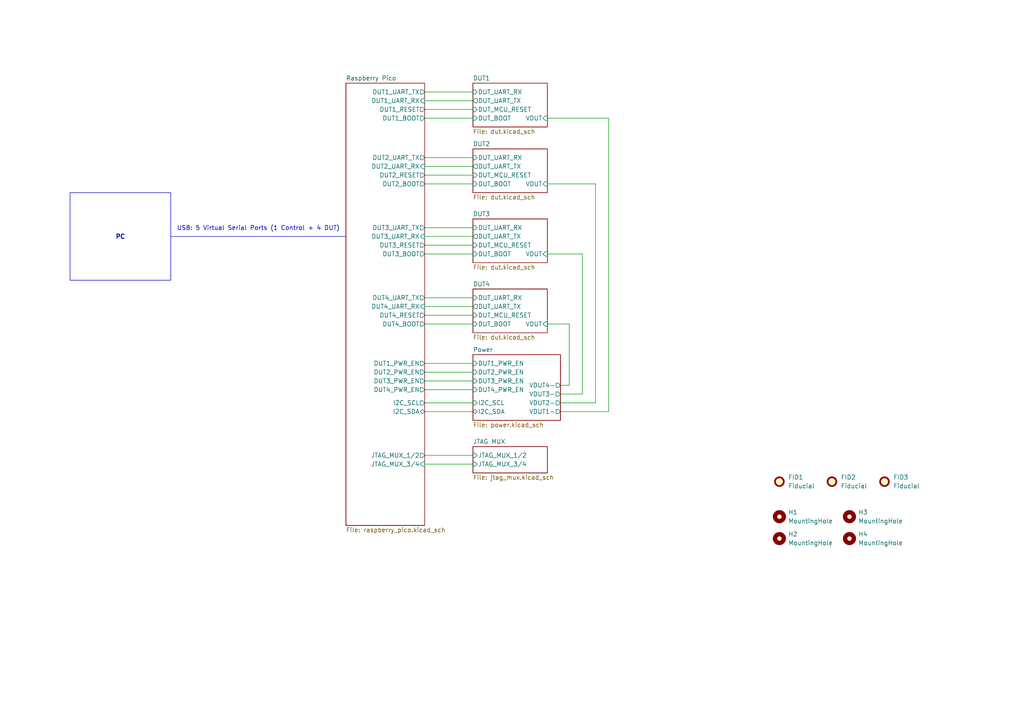
<source format=kicad_sch>
(kicad_sch (version 20250114) (generator "eeschema") (generator_version "9.0")
  (paper "A4")
  (lib_symbols
    (symbol "dut_hub:Fiducial" (in_bom no)
      (property "Reference" "FID" (at 0 5.08 0))
      (property "Value" "Fiducial" (at 0 3.175 0))
      (symbol "Fiducial_0_1"
        (circle (center 0 0) (radius 1.27) (stroke (width 0.508)) (fill (type background)))
      )
    )
    (symbol "dut_hub:MountingHole" (pin_names (offset 1.016)) (in_bom no)
      (property "Reference" "H" (at 0 5.08 0))
      (property "Value" "MountingHole" (at 0 3.175 0))
      (symbol "MountingHole_0_1"
        (circle (center 0 0) (radius 1.27) (stroke (width 1.27)))
      )
    )
  )
  (text "USB: 5 Virtual Serial Ports (1 Control + 4 DUT)" (at 74.93 66.294 0) (effects (font (size 1.27 1.27) (thickness 0.1588))))
  (text_box "PC" (at 20.32 55.88 0) (size 29.21 25.4) (margins 0.9525 0.9525 0.9525 0.9525) (effects (font (size 1.27 1.27) (thickness 0.254) (bold yes))))
  (wire (pts (xy 123.19 110.49) (xy 137.16 110.49)))
  (wire (pts (xy 162.56 119.38) (xy 176.53 119.38)))
  (wire (pts (xy 123.19 29.21) (xy 137.16 29.21)))
  (wire (pts (xy 162.56 111.76) (xy 165.1 111.76)))
  (wire (pts (xy 123.19 53.34) (xy 137.16 53.34)))
  (wire (pts (xy 162.56 114.3) (xy 168.91 114.3)))
  (wire (pts (xy 123.19 26.67) (xy 137.16 26.67)))
  (wire (pts (xy 162.56 116.84) (xy 172.72 116.84)))
  (wire (pts (xy 172.72 116.84) (xy 172.72 53.34)))
  (wire (pts (xy 168.91 73.66) (xy 158.75 73.66)))
  (polyline (pts (xy 49.53 68.58) (xy 100.33 68.58)))
  (wire (pts (xy 123.19 86.36) (xy 137.16 86.36)))
  (wire (pts (xy 123.19 113.03) (xy 137.16 113.03)))
  (wire (pts (xy 123.19 31.75) (xy 137.16 31.75)))
  (wire (pts (xy 172.72 53.34) (xy 158.75 53.34)))
  (wire (pts (xy 176.53 34.29) (xy 158.75 34.29)))
  (wire (pts (xy 123.19 88.9) (xy 137.16 88.9)))
  (wire (pts (xy 123.19 45.72) (xy 137.16 45.72)))
  (wire (pts (xy 123.19 66.04) (xy 137.16 66.04)))
  (wire (pts (xy 123.19 93.98) (xy 137.16 93.98)))
  (wire (pts (xy 123.19 134.62) (xy 137.16 134.62)))
  (wire (pts (xy 123.19 132.08) (xy 137.16 132.08)))
  (wire (pts (xy 176.53 119.38) (xy 176.53 34.29)))
  (wire (pts (xy 123.19 50.8) (xy 137.16 50.8)))
  (wire (pts (xy 165.1 93.98) (xy 158.75 93.98)))
  (wire (pts (xy 123.19 68.58) (xy 137.16 68.58)))
  (wire (pts (xy 123.19 73.66) (xy 137.16 73.66)))
  (wire (pts (xy 165.1 111.76) (xy 165.1 93.98)))
  (wire (pts (xy 123.19 48.26) (xy 137.16 48.26)))
  (wire (pts (xy 168.91 114.3) (xy 168.91 73.66)))
  (wire (pts (xy 123.19 107.95) (xy 137.16 107.95)))
  (wire (pts (xy 123.19 116.84) (xy 137.16 116.84)))
  (wire (pts (xy 123.19 91.44) (xy 137.16 91.44)))
  (wire (pts (xy 123.19 119.38) (xy 137.16 119.38)))
  (wire (pts (xy 123.19 105.41) (xy 137.16 105.41)))
  (wire (pts (xy 123.19 34.29) (xy 137.16 34.29)))
  (wire (pts (xy 123.19 71.12) (xy 137.16 71.12)))
  (symbol (lib_id "dut_hub:Fiducial") (at 241.3 139.7 0) (unit 1) (in_bom no)
    (property "Reference" "FID2" (at 243.84 138.4299 0) (effects (justify left)))
    (property "Value" "Fiducial" (at 243.84 140.9699 0) (effects (justify left)))
    (property "Footprint" "Fiducial:Fiducial_1mm_Mask2mm" (effects (hide yes)))
    (property "Description" "Fiducial Marker" (effects (hide yes)))
  )
  (symbol (lib_id "dut_hub:MountingHole") (at 226.06 149.86 0) (unit 1) (in_bom no)
    (property "Reference" "H1" (at 228.6 148.5899 0) (effects (justify left)))
    (property "Value" "MountingHole" (at 228.6 151.1299 0) (effects (justify left)))
    (property "Footprint" "MountingHole:MountingHole_3mm" (effects (hide yes)))
    (property "Description" "Mounting Hole without connection" (effects (hide yes)))
  )
  (symbol (lib_id "dut_hub:MountingHole") (at 246.38 156.21 0) (unit 1) (in_bom no)
    (property "Reference" "H4" (at 248.92 154.9399 0) (effects (justify left)))
    (property "Value" "MountingHole" (at 248.92 157.4799 0) (effects (justify left)))
    (property "Footprint" "MountingHole:MountingHole_3mm" (effects (hide yes)))
    (property "Description" "Mounting Hole without connection" (effects (hide yes)))
  )
  (symbol (lib_id "dut_hub:Fiducial") (at 226.06 139.7 0) (unit 1) (in_bom no)
    (property "Reference" "FID1" (at 228.6 138.4299 0) (effects (justify left)))
    (property "Value" "Fiducial" (at 228.6 140.9699 0) (effects (justify left)))
    (property "Footprint" "Fiducial:Fiducial_1mm_Mask2mm" (effects (hide yes)))
    (property "Description" "Fiducial Marker" (effects (hide yes)))
  )
  (symbol (lib_id "dut_hub:Fiducial") (at 256.54 139.7 0) (unit 1) (in_bom no)
    (property "Reference" "FID3" (at 259.08 138.4299 0) (effects (justify left)))
    (property "Value" "Fiducial" (at 259.08 140.9699 0) (effects (justify left)))
    (property "Footprint" "Fiducial:Fiducial_1mm_Mask2mm" (effects (hide yes)))
    (property "Description" "Fiducial Marker" (effects (hide yes)))
  )
  (symbol (lib_id "dut_hub:MountingHole") (at 246.38 149.86 0) (unit 1) (in_bom no)
    (property "Reference" "H3" (at 248.92 148.5899 0) (effects (justify left)))
    (property "Value" "MountingHole" (at 248.92 151.1299 0) (effects (justify left)))
    (property "Footprint" "MountingHole:MountingHole_3mm" (effects (hide yes)))
    (property "Description" "Mounting Hole without connection" (effects (hide yes)))
  )
  (symbol (lib_id "dut_hub:MountingHole") (at 226.06 156.21 0) (unit 1) (in_bom no)
    (property "Reference" "H2" (at 228.6 154.9399 0) (effects (justify left)))
    (property "Value" "MountingHole" (at 228.6 157.4799 0) (effects (justify left)))
    (property "Footprint" "MountingHole:MountingHole_3mm" (effects (hide yes)))
    (property "Description" "Mounting Hole without connection" (effects (hide yes)))
  )
  (sheet (at 137.16 24.13) (size 21.59 12.7) (stroke (width 0.1524))
    (property "Sheetname" "DUT1" (at 137.16 23.4184 0) (effects (justify left bottom)))
    (property "Sheetfile" "dut.kicad_sch" (at 137.16 37.4146 0) (effects (justify left top)))
    (pin "DUT_UART_RX" input (at 137.16 26.67 180))
    (pin "DUT_BOOT" input (at 137.16 34.29 180))
    (pin "DUT_MCU_RESET" input (at 137.16 31.75 180))
    (pin "DUT_UART_TX" output (at 137.16 29.21 180))
    (pin "VDUT" input (at 158.75 34.29 0))
  )
  (sheet (at 137.16 129.54) (size 21.59 7.62) (stroke (width 0.1524))
    (property "Sheetname" "JTAG MUX" (at 137.16 128.8284 0) (effects (justify left bottom)))
    (property "Sheetfile" "jtag_mux.kicad_sch" (at 137.16 137.7446 0) (effects (justify left top)))
    (pin "JTAG_MUX_1{slash}2" input (at 137.16 132.08 180))
    (pin "JTAG_MUX_3{slash}4" input (at 137.16 134.62 180))
  )
  (sheet (at 137.16 102.87) (size 25.4 19.05) (stroke (width 0.1524))
    (property "Sheetname" "Power" (at 137.16 102.1584 0) (effects (justify left bottom)))
    (property "Sheetfile" "power.kicad_sch" (at 137.16 122.5046 0) (effects (justify left top)))
    (pin "I2C_SCL" input (at 137.16 116.84 180))
    (pin "I2C_SDA" bidirectional (at 137.16 119.38 180))
    (pin "DUT3_PWR_EN" input (at 137.16 110.49 180))
    (pin "DUT4_PWR_EN" input (at 137.16 113.03 180))
    (pin "DUT2_PWR_EN" input (at 137.16 107.95 180))
    (pin "DUT1_PWR_EN" input (at 137.16 105.41 180))
    (pin "VDUT2-" output (at 162.56 116.84 0))
    (pin "VDUT3-" output (at 162.56 114.3 0))
    (pin "VDUT4-" output (at 162.56 111.76 0))
    (pin "VDUT1-" output (at 162.56 119.38 0))
  )
  (sheet (at 100.33 24.13) (size 22.86 128.27) (stroke (width 0.1524))
    (property "Sheetname" "Raspberry Pico" (at 100.33 23.4184 0) (effects (justify left bottom)))
    (property "Sheetfile" "raspberry_pico.kicad_sch" (at 100.33 152.9846 0) (effects (justify left top)))
    (pin "I2C_SCL" output (at 123.19 116.84 0))
    (pin "I2C_SDA" bidirectional (at 123.19 119.38 0))
    (pin "DUT1_RESET" output (at 123.19 31.75 0))
    (pin "DUT1_UART_RX" input (at 123.19 29.21 0))
    (pin "DUT1_UART_TX" output (at 123.19 26.67 0))
    (pin "DUT2_PWR_EN" output (at 123.19 107.95 0))
    (pin "DUT4_UART_RX" input (at 123.19 88.9 0))
    (pin "DUT4_RESET" output (at 123.19 91.44 0))
    (pin "DUT4_UART_TX" output (at 123.19 86.36 0))
    (pin "DUT4_PWR_EN" output (at 123.19 113.03 0))
    (pin "DUT2_RESET" output (at 123.19 50.8 0))
    (pin "DUT2_UART_RX" input (at 123.19 48.26 0))
    (pin "DUT2_UART_TX" output (at 123.19 45.72 0))
    (pin "DUT3_UART_TX" output (at 123.19 66.04 0))
    (pin "DUT3_UART_RX" input (at 123.19 68.58 0))
    (pin "DUT3_PWR_EN" output (at 123.19 110.49 0))
    (pin "DUT3_RESET" output (at 123.19 71.12 0))
    (pin "JTAG_MUX_1{slash}2" output (at 123.19 132.08 0))
    (pin "JTAG_MUX_3{slash}4" input (at 123.19 134.62 0))
    (pin "DUT1_PWR_EN" output (at 123.19 105.41 0))
    (pin "DUT1_BOOT" output (at 123.19 34.29 0))
    (pin "DUT2_BOOT" output (at 123.19 53.34 0))
    (pin "DUT3_BOOT" output (at 123.19 73.66 0))
    (pin "DUT4_BOOT" output (at 123.19 93.98 0))
  )
  (sheet (at 137.16 63.5) (size 21.59 12.7) (stroke (width 0.1524))
    (property "Sheetname" "DUT3" (at 137.16 62.7884 0) (effects (justify left bottom)))
    (property "Sheetfile" "dut.kicad_sch" (at 137.16 76.7846 0) (effects (justify left top)))
    (pin "DUT_UART_RX" input (at 137.16 66.04 180))
    (pin "DUT_BOOT" input (at 137.16 73.66 180))
    (pin "DUT_MCU_RESET" input (at 137.16 71.12 180))
    (pin "DUT_UART_TX" output (at 137.16 68.58 180))
    (pin "VDUT" input (at 158.75 73.66 0))
  )
  (sheet (at 137.16 83.82) (size 21.59 12.7) (stroke (width 0.1524))
    (property "Sheetname" "DUT4" (at 137.16 83.1084 0) (effects (justify left bottom)))
    (property "Sheetfile" "dut.kicad_sch" (at 137.16 97.1046 0) (effects (justify left top)))
    (pin "DUT_UART_RX" input (at 137.16 86.36 180))
    (pin "DUT_BOOT" input (at 137.16 93.98 180))
    (pin "DUT_MCU_RESET" input (at 137.16 91.44 180))
    (pin "DUT_UART_TX" output (at 137.16 88.9 180))
    (pin "VDUT" input (at 158.75 93.98 0))
  )
  (sheet (at 137.16 43.18) (size 21.59 12.7) (stroke (width 0.1524))
    (property "Sheetname" "DUT2" (at 137.16 42.4684 0) (effects (justify left bottom)))
    (property "Sheetfile" "dut.kicad_sch" (at 137.16 56.4646 0) (effects (justify left top)))
    (pin "DUT_UART_RX" input (at 137.16 45.72 180))
    (pin "DUT_BOOT" input (at 137.16 53.34 180))
    (pin "DUT_MCU_RESET" input (at 137.16 50.8 180))
    (pin "DUT_UART_TX" output (at 137.16 48.26 180))
    (pin "VDUT" input (at 158.75 53.34 0))
  )
)
</source>
